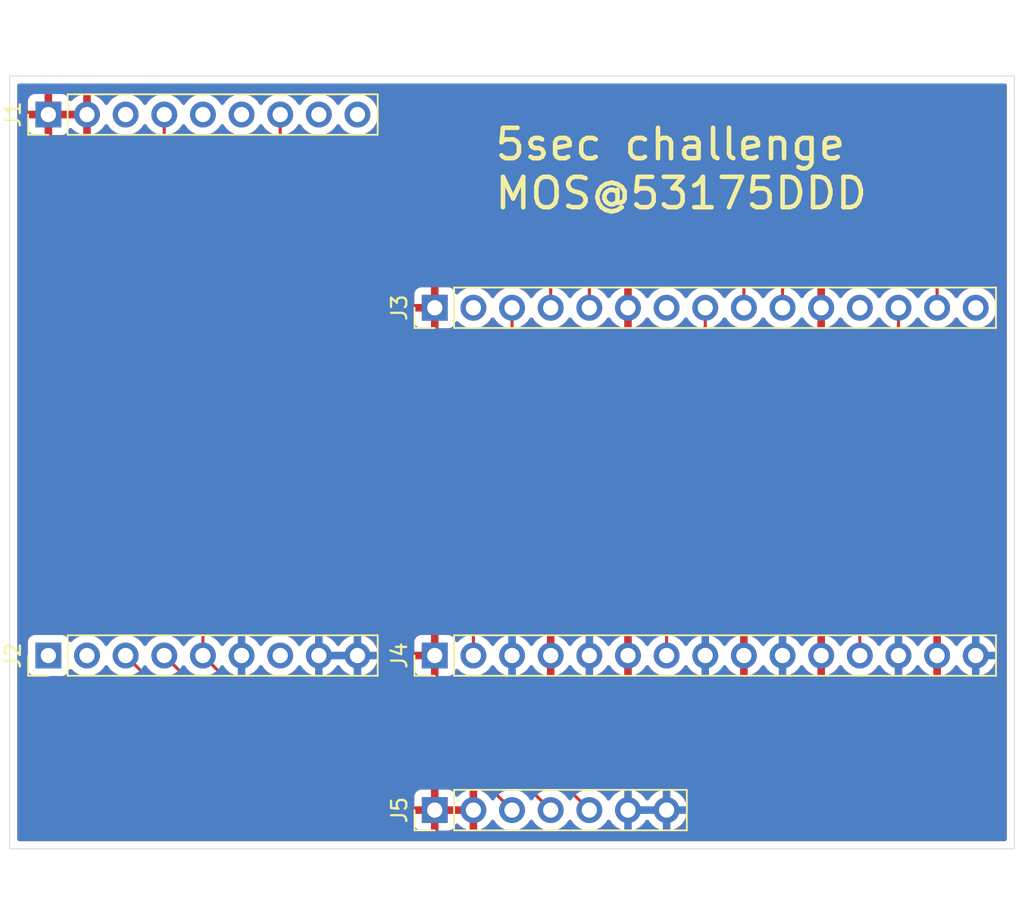
<source format=kicad_pcb>
(kicad_pcb (version 20240108) (generator "pcbnew") (generator_version "8.0")
  (layers (0 "F.Cu" signal) (31 "B.Cu" signal) (34 "B.Paste" user) (35 "F.Paste" user) (36 "B.SilkS" user "B.Silkscreen") (37 "F.SilkS" user "F.Silkscreen") (38 "B.Mask" user) (39 "F.Mask" user) (44 "Edge.Cuts" user))
  (net 0 "")
  (net 1 "Net-(J1-Pin_7)")
  (net 3 "+5V")
  (net 8 "Net-(J1-Pin_4)")
  (net 9 "/CLK")
  (net 10 "GND")
  (net 14 "/LATCH")
  (net 15 "/DIN")
  (net 16 "Net-(J3-Pin_10)")
  (net 18 "Net-(J3-Pin_5)")
  (footprint "Connector_PinHeader_2.54mm:PinHeader_1x15_P2.54mm_Vertical" (layer "F.Cu") (at 127 78.74 90)
    (property "Reference" "J3" (at 0 -2.33 90) (layer "F.SilkS"))
    (property "Value" "Conn_01x15_Socket")
    (fp_line (start -1.33 -1.33) (end 0 -1.33) (stroke (width 0.12)) (layer "F.SilkS"))
    (fp_line (start -1.33 0) (end -1.33 -1.33) (stroke (width 0.12)) (layer "F.SilkS"))
    (fp_line (start 1.33 1.27) (end 1.33 36.89) (stroke (width 0.12)) (layer "F.SilkS"))
    (fp_line (start -1.33 1.27) (end 1.33 1.27) (stroke (width 0.12)) (layer "F.SilkS"))
    (fp_line (start -1.33 1.27) (end -1.33 36.89) (stroke (width 0.12)) (layer "F.SilkS"))
    (fp_line (start -1.33 36.89) (end 1.33 36.89) (stroke (width 0.12)) (layer "F.SilkS"))
    (pad "1" thru_hole rect (at 0 0 90) (size 1.7 1.7) (drill 1) (layers "*.Cu" "*.Mask") (net 3 "+5V"))
    (pad "2" thru_hole oval (at 0 2.54 90) (size 1.7 1.7) (drill 1) (layers "*.Cu" "*.Mask"))
    (pad "3" thru_hole oval (at 0 5.08 90) (size 1.7 1.7) (drill 1) (layers "*.Cu" "*.Mask") (net 8 "Net-(J1-Pin_4)"))
    (pad "4" thru_hole oval (at 0 7.62 90) (size 1.7 1.7) (drill 1) (layers "*.Cu" "*.Mask") (net 1 "Net-(J1-Pin_7)"))
    (pad "5" thru_hole oval (at 0 10.16 90) (size 1.7 1.7) (drill 1) (layers "*.Cu" "*.Mask") (net 18 "Net-(J3-Pin_5)"))
    (pad "6" thru_hole oval (at 0 12.7 90) (size 1.7 1.7) (drill 1) (layers "*.Cu" "*.Mask") (net 3 "+5V"))
    (pad "7" thru_hole oval (at 0 15.24 90) (size 1.7 1.7) (drill 1) (layers "*.Cu" "*.Mask"))
    (pad "8" thru_hole oval (at 0 17.78 90) (size 1.7 1.7) (drill 1) (layers "*.Cu" "*.Mask") (net 8 "Net-(J1-Pin_4)"))
    (pad "9" thru_hole oval (at 0 20.32 90) (size 1.7 1.7) (drill 1) (layers "*.Cu" "*.Mask") (net 18 "Net-(J3-Pin_5)"))
    (pad "10" thru_hole oval (at 0 22.86 90) (size 1.7 1.7) (drill 1) (layers "*.Cu" "*.Mask") (net 16 "Net-(J3-Pin_10)"))
    (pad "11" thru_hole oval (at 0 25.4 90) (size 1.7 1.7) (drill 1) (layers "*.Cu" "*.Mask") (net 3 "+5V"))
    (pad "12" thru_hole oval (at 0 27.94 90) (size 1.7 1.7) (drill 1) (layers "*.Cu" "*.Mask"))
    (pad "13" thru_hole oval (at 0 30.48 90) (size 1.7 1.7) (drill 1) (layers "*.Cu" "*.Mask") (net 8 "Net-(J1-Pin_4)"))
    (pad "14" thru_hole oval (at 0 33.02 90) (size 1.7 1.7) (drill 1) (layers "*.Cu" "*.Mask") (net 16 "Net-(J3-Pin_10)"))
    (pad "15" thru_hole oval (at 0 35.56 90) (size 1.7 1.7) (drill 1) (layers "*.Cu" "*.Mask"))
  )
  (footprint "Connector_PinHeader_2.54mm:PinHeader_1x09_P2.54mm_Vertical" (layer "F.Cu") (at 101.6 66.04 90)
    (property "Reference" "J1" (at 0 -2.33 90) (layer "F.SilkS"))
    (property "Value" "Conn_01x09_Socket")
    (fp_line (start -1.33 -1.33) (end 0 -1.33) (stroke (width 0.12)) (layer "F.SilkS"))
    (fp_line (start -1.33 0) (end -1.33 -1.33) (stroke (width 0.12)) (layer "F.SilkS"))
    (fp_line (start 1.33 1.27) (end 1.33 21.65) (stroke (width 0.12)) (layer "F.SilkS"))
    (fp_line (start -1.33 1.27) (end 1.33 1.27) (stroke (width 0.12)) (layer "F.SilkS"))
    (fp_line (start -1.33 1.27) (end -1.33 21.65) (stroke (width 0.12)) (layer "F.SilkS"))
    (fp_line (start -1.33 21.65) (end 1.33 21.65) (stroke (width 0.12)) (layer "F.SilkS"))
    (pad "1" thru_hole rect (at 0 0 90) (size 1.7 1.7) (drill 1) (layers "*.Cu" "*.Mask") (net 3 "+5V"))
    (pad "2" thru_hole oval (at 0 2.54 90) (size 1.7 1.7) (drill 1) (layers "*.Cu" "*.Mask") (net 3 "+5V"))
    (pad "3" thru_hole oval (at 0 5.08 90) (size 1.7 1.7) (drill 1) (layers "*.Cu" "*.Mask"))
    (pad "4" thru_hole oval (at 0 7.62 90) (size 1.7 1.7) (drill 1) (layers "*.Cu" "*.Mask") (net 8 "Net-(J1-Pin_4)"))
    (pad "5" thru_hole oval (at 0 10.16 90) (size 1.7 1.7) (drill 1) (layers "*.Cu" "*.Mask"))
    (pad "6" thru_hole oval (at 0 12.7 90) (size 1.7 1.7) (drill 1) (layers "*.Cu" "*.Mask"))
    (pad "7" thru_hole oval (at 0 15.24 90) (size 1.7 1.7) (drill 1) (layers "*.Cu" "*.Mask") (net 1 "Net-(J1-Pin_7)"))
    (pad "8" thru_hole oval (at 0 17.78 90) (size 1.7 1.7) (drill 1) (layers "*.Cu" "*.Mask"))
    (pad "9" thru_hole oval (at 0 20.32 90) (size 1.7 1.7) (drill 1) (layers "*.Cu" "*.Mask"))
  )
  (footprint "Connector_PinHeader_2.54mm:PinHeader_1x07_P2.54mm_Vertical" (layer "F.Cu") (at 127 111.76 90)
    (property "Reference" "J5" (at 0 -2.33 90) (layer "F.SilkS"))
    (property "Value" "Conn_01x07_Pin")
    (fp_line (start -1.33 -1.33) (end 0 -1.33) (stroke (width 0.12)) (layer "F.SilkS"))
    (fp_line (start -1.33 0) (end -1.33 -1.33) (stroke (width 0.12)) (layer "F.SilkS"))
    (fp_line (start 1.33 1.27) (end 1.33 16.57) (stroke (width 0.12)) (layer "F.SilkS"))
    (fp_line (start -1.33 1.27) (end 1.33 1.27) (stroke (width 0.12)) (layer "F.SilkS"))
    (fp_line (start -1.33 1.27) (end -1.33 16.57) (stroke (width 0.12)) (layer "F.SilkS"))
    (fp_line (start -1.33 16.57) (end 1.33 16.57) (stroke (width 0.12)) (layer "F.SilkS"))
    (pad "1" thru_hole rect (at 0 0 90) (size 1.7 1.7) (drill 1) (layers "*.Cu" "*.Mask") (net 3 "+5V"))
    (pad "2" thru_hole oval (at 0 2.54 90) (size 1.7 1.7) (drill 1) (layers "*.Cu" "*.Mask") (net 3 "+5V"))
    (pad "3" thru_hole oval (at 0 5.08 90) (size 1.7 1.7) (drill 1) (layers "*.Cu" "*.Mask") (net 15 "/DIN"))
    (pad "4" thru_hole oval (at 0 7.62 90) (size 1.7 1.7) (drill 1) (layers "*.Cu" "*.Mask") (net 9 "/CLK"))
    (pad "5" thru_hole oval (at 0 10.16 90) (size 1.7 1.7) (drill 1) (layers "*.Cu" "*.Mask") (net 14 "/LATCH"))
    (pad "6" thru_hole oval (at 0 12.7 90) (size 1.7 1.7) (drill 1) (layers "*.Cu" "*.Mask") (net 10 "GND"))
    (pad "7" thru_hole oval (at 0 15.24 90) (size 1.7 1.7) (drill 1) (layers "*.Cu" "*.Mask") (net 10 "GND"))
  )
  (footprint "Connector_PinHeader_2.54mm:PinHeader_1x15_P2.54mm_Vertical" (layer "F.Cu") (at 127 101.6 90)
    (property "Reference" "J4" (at 0 -2.33 90) (layer "F.SilkS"))
    (property "Value" "Conn_01x15_Socket")
    (fp_line (start -1.33 -1.33) (end 0 -1.33) (stroke (width 0.12)) (layer "F.SilkS"))
    (fp_line (start -1.33 0) (end -1.33 -1.33) (stroke (width 0.12)) (layer "F.SilkS"))
    (fp_line (start 1.33 1.27) (end 1.33 36.89) (stroke (width 0.12)) (layer "F.SilkS"))
    (fp_line (start -1.33 1.27) (end 1.33 1.27) (stroke (width 0.12)) (layer "F.SilkS"))
    (fp_line (start -1.33 1.27) (end -1.33 36.89) (stroke (width 0.12)) (layer "F.SilkS"))
    (fp_line (start -1.33 36.89) (end 1.33 36.89) (stroke (width 0.12)) (layer "F.SilkS"))
    (pad "1" thru_hole rect (at 0 0 90) (size 1.7 1.7) (drill 1) (layers "*.Cu" "*.Mask") (net 3 "+5V"))
    (pad "2" thru_hole oval (at 0 2.54 90) (size 1.7 1.7) (drill 1) (layers "*.Cu" "*.Mask") (net 14 "/LATCH"))
    (pad "3" thru_hole oval (at 0 5.08 90) (size 1.7 1.7) (drill 1) (layers "*.Cu" "*.Mask") (net 10 "GND"))
    (pad "4" thru_hole oval (at 0 7.62 90) (size 1.7 1.7) (drill 1) (layers "*.Cu" "*.Mask") (net 3 "+5V"))
    (pad "5" thru_hole oval (at 0 10.16 90) (size 1.7 1.7) (drill 1) (layers "*.Cu" "*.Mask") (net 10 "GND"))
    (pad "6" thru_hole oval (at 0 12.7 90) (size 1.7 1.7) (drill 1) (layers "*.Cu" "*.Mask") (net 3 "+5V"))
    (pad "7" thru_hole oval (at 0 15.24 90) (size 1.7 1.7) (drill 1) (layers "*.Cu" "*.Mask") (net 14 "/LATCH"))
    (pad "8" thru_hole oval (at 0 17.78 90) (size 1.7 1.7) (drill 1) (layers "*.Cu" "*.Mask") (net 10 "GND"))
    (pad "9" thru_hole oval (at 0 20.32 90) (size 1.7 1.7) (drill 1) (layers "*.Cu" "*.Mask") (net 3 "+5V"))
    (pad "10" thru_hole oval (at 0 22.86 90) (size 1.7 1.7) (drill 1) (layers "*.Cu" "*.Mask") (net 10 "GND"))
    (pad "11" thru_hole oval (at 0 25.4 90) (size 1.7 1.7) (drill 1) (layers "*.Cu" "*.Mask") (net 3 "+5V"))
    (pad "12" thru_hole oval (at 0 27.94 90) (size 1.7 1.7) (drill 1) (layers "*.Cu" "*.Mask") (net 14 "/LATCH"))
    (pad "13" thru_hole oval (at 0 30.48 90) (size 1.7 1.7) (drill 1) (layers "*.Cu" "*.Mask") (net 10 "GND"))
    (pad "14" thru_hole oval (at 0 33.02 90) (size 1.7 1.7) (drill 1) (layers "*.Cu" "*.Mask") (net 3 "+5V"))
    (pad "15" thru_hole oval (at 0 35.56 90) (size 1.7 1.7) (drill 1) (layers "*.Cu" "*.Mask") (net 10 "GND"))
  )
  (footprint "Connector_PinHeader_2.54mm:PinHeader_1x09_P2.54mm_Vertical" (layer "F.Cu") (at 101.6 101.6 90)
    (property "Reference" "J2" (at 0 -2.33 90) (layer "F.SilkS"))
    (property "Value" "Conn_01x09_Socket")
    (fp_line (start -1.33 -1.33) (end 0 -1.33) (stroke (width 0.12)) (layer "F.SilkS"))
    (fp_line (start -1.33 0) (end -1.33 -1.33) (stroke (width 0.12)) (layer "F.SilkS"))
    (fp_line (start 1.33 1.27) (end 1.33 21.65) (stroke (width 0.12)) (layer "F.SilkS"))
    (fp_line (start -1.33 1.27) (end 1.33 1.27) (stroke (width 0.12)) (layer "F.SilkS"))
    (fp_line (start -1.33 1.27) (end -1.33 21.65) (stroke (width 0.12)) (layer "F.SilkS"))
    (fp_line (start -1.33 21.65) (end 1.33 21.65) (stroke (width 0.12)) (layer "F.SilkS"))
    (pad "1" thru_hole rect (at 0 0 90) (size 1.7 1.7) (drill 1) (layers "*.Cu" "*.Mask"))
    (pad "2" thru_hole oval (at 0 2.54 90) (size 1.7 1.7) (drill 1) (layers "*.Cu" "*.Mask"))
    (pad "3" thru_hole oval (at 0 5.08 90) (size 1.7 1.7) (drill 1) (layers "*.Cu" "*.Mask") (net 15 "/DIN"))
    (pad "4" thru_hole oval (at 0 7.62 90) (size 1.7 1.7) (drill 1) (layers "*.Cu" "*.Mask") (net 9 "/CLK"))
    (pad "5" thru_hole oval (at 0 10.16 90) (size 1.7 1.7) (drill 1) (layers "*.Cu" "*.Mask") (net 14 "/LATCH"))
    (pad "6" thru_hole oval (at 0 12.7 90) (size 1.7 1.7) (drill 1) (layers "*.Cu" "*.Mask") (net 10 "GND"))
    (pad "7" thru_hole oval (at 0 15.24 90) (size 1.7 1.7) (drill 1) (layers "*.Cu" "*.Mask"))
    (pad "8" thru_hole oval (at 0 17.78 90) (size 1.7 1.7) (drill 1) (layers "*.Cu" "*.Mask") (net 10 "GND"))
    (pad "9" thru_hole oval (at 0 20.32 90) (size 1.7 1.7) (drill 1) (layers "*.Cu" "*.Mask") (net 10 "GND"))
  )
  (gr_rect (start 99.06 63.5) (end 165.1 114.3) (stroke (width 0.05)) (fill none) (layer "Edge.Cuts"))
  (gr_text "5sec challenge\nMOS@53175DDD" (at 130.81 72.39 0) (layer "F.SilkS") (effects (font (size 2 2) (thickness 0.3)) (justify left bottom)))
  (segment (start 116.84 66.04) (end 116.84 73.66) (width 0.2) (layer "F.Cu") (net 1))
  (segment (start 119.38 76.2) (end 133.35 76.2) (width 0.2) (layer "F.Cu") (net 1))
  (segment (start 116.84 73.66) (end 119.38 76.2) (width 0.2) (layer "F.Cu") (net 1))
  (segment (start 134.62 77.47) (end 134.62 78.74) (width 0.2) (layer "F.Cu") (net 1))
  (segment (start 133.35 76.2) (end 134.62 77.47) (width 0.2) (layer "F.Cu") (net 1))
  (segment (start 114.3 81.28) (end 130.81 81.28) (width 0.2) (layer "F.Cu") (net 8))
  (segment (start 130.81 81.28) (end 132.08 80.01) (width 0.2) (layer "F.Cu") (net 8))
  (segment (start 132.08 80.01) (end 132.08 78.74) (width 0.2) (layer "F.Cu") (net 8))
  (segment (start 130.81 81.28) (end 143.51 81.28) (width 0.2) (layer "F.Cu") (net 8))
  (segment (start 156.21 81.28) (end 157.48 80.01) (width 0.2) (layer "F.Cu") (net 8))
  (segment (start 144.78 80.01) (end 144.78 78.74) (width 0.2) (layer "F.Cu") (net 8))
  (segment (start 109.22 66.04) (end 109.22 76.2) (width 0.2) (layer "F.Cu") (net 8))
  (segment (start 143.51 81.28) (end 144.78 80.01) (width 0.2) (layer "F.Cu") (net 8))
  (segment (start 157.48 80.01) (end 157.48 78.74) (width 0.2) (layer "F.Cu") (net 8))
  (segment (start 143.51 81.28) (end 156.21 81.28) (width 0.2) (layer "F.Cu") (net 8))
  (segment (start 109.22 76.2) (end 114.3 81.28) (width 0.2) (layer "F.Cu") (net 8))
  (segment (start 115.57 107.95) (end 130.81 107.95) (width 0.2) (layer "F.Cu") (net 9))
  (segment (start 130.81 107.95) (end 134.62 111.76) (width 0.2) (layer "F.Cu") (net 9))
  (segment (start 109.22 101.6) (end 115.57 107.95) (width 0.2) (layer "F.Cu") (net 9))
  (segment (start 137.16 111.76) (end 132.08 106.68) (width 0.2) (layer "F.Cu") (net 14))
  (segment (start 142.24 100.33) (end 142.24 101.6) (width 0.2) (layer "F.Cu") (net 14))
  (segment (start 140.97 99.06) (end 142.24 100.33) (width 0.2) (layer "F.Cu") (net 14))
  (segment (start 113.03 99.06) (end 128.27 99.06) (width 0.2) (layer "F.Cu") (net 14))
  (segment (start 116.84 106.68) (end 111.76 101.6) (width 0.2) (layer "F.Cu") (net 14))
  (segment (start 128.27 99.06) (end 140.97 99.06) (width 0.2) (layer "F.Cu") (net 14))
  (segment (start 140.97 99.06) (end 153.67 99.06) (width 0.2) (layer "F.Cu") (net 14))
  (segment (start 132.08 106.68) (end 116.84 106.68) (width 0.2) (layer "F.Cu") (net 14))
  (segment (start 111.76 100.33) (end 113.03 99.06) (width 0.2) (layer "F.Cu") (net 14))
  (segment (start 128.27 99.06) (end 129.54 100.33) (width 0.2) (layer "F.Cu") (net 14))
  (segment (start 154.94 100.33) (end 154.94 101.6) (width 0.2) (layer "F.Cu") (net 14))
  (segment (start 153.67 99.06) (end 154.94 100.33) (width 0.2) (layer "F.Cu") (net 14))
  (segment (start 111.76 101.6) (end 111.76 100.33) (width 0.2) (layer "F.Cu") (net 14))
  (segment (start 129.54 100.33) (end 129.54 101.6) (width 0.2) (layer "F.Cu") (net 14))
  (segment (start 114.3 109.22) (end 106.68 101.6) (width 0.2) (layer "F.Cu") (net 15))
  (segment (start 129.54 109.22) (end 114.3 109.22) (width 0.2) (layer "F.Cu") (net 15))
  (segment (start 132.08 111.76) (end 129.54 109.22) (width 0.2) (layer "F.Cu") (net 15))
  (segment (start 151.13 76.2) (end 158.75 76.2) (width 0.2) (layer "F.Cu") (net 16))
  (segment (start 149.86 77.47) (end 151.13 76.2) (width 0.2) (layer "F.Cu") (net 16))
  (segment (start 160.02 77.47) (end 160.02 78.74) (width 0.2) (layer "F.Cu") (net 16))
  (segment (start 149.86 78.74) (end 149.86 77.47) (width 0.2) (layer "F.Cu") (net 16))
  (segment (start 158.75 76.2) (end 160.02 77.47) (width 0.2) (layer "F.Cu") (net 16))
  (segment (start 137.16 77.47) (end 138.43 76.2) (width 0.2) (layer "F.Cu") (net 18))
  (segment (start 138.43 76.2) (end 146.05 76.2) (width 0.2) (layer "F.Cu") (net 18))
  (segment (start 147.32 77.47) (end 147.32 78.74) (width 0.2) (layer "F.Cu") (net 18))
  (segment (start 146.05 76.2) (end 147.32 77.47) (width 0.2) (layer "F.Cu") (net 18))
  (segment (start 137.16 78.74) (end 137.16 77.47) (width 0.2) (layer "F.Cu") (net 18))
  (zone (net 3) (net_name "+5V") (layer "F.Cu") (connect_pads (clearance 0.5)) (min_thickness 0.25) (fill yes (thermal_gap 0.5) (thermal_bridge_width 0.5))
    (polygon (pts (xy 99.06 63.5) (xy 99.06 114.3) (xy 165.1 114.3) (xy 165.1 63.5)))
  )
  (zone (net 10) (net_name "GND") (layer "B.Cu") (priority 1) (connect_pads (clearance 0.5)) (min_thickness 0.25) (fill yes (thermal_gap 0.5) (thermal_bridge_width 0.5))
    (polygon (pts (xy 99.06 63.5) (xy 99.06 114.3) (xy 165.1 114.3) (xy 165.1 63.5)))
  )
)
</source>
